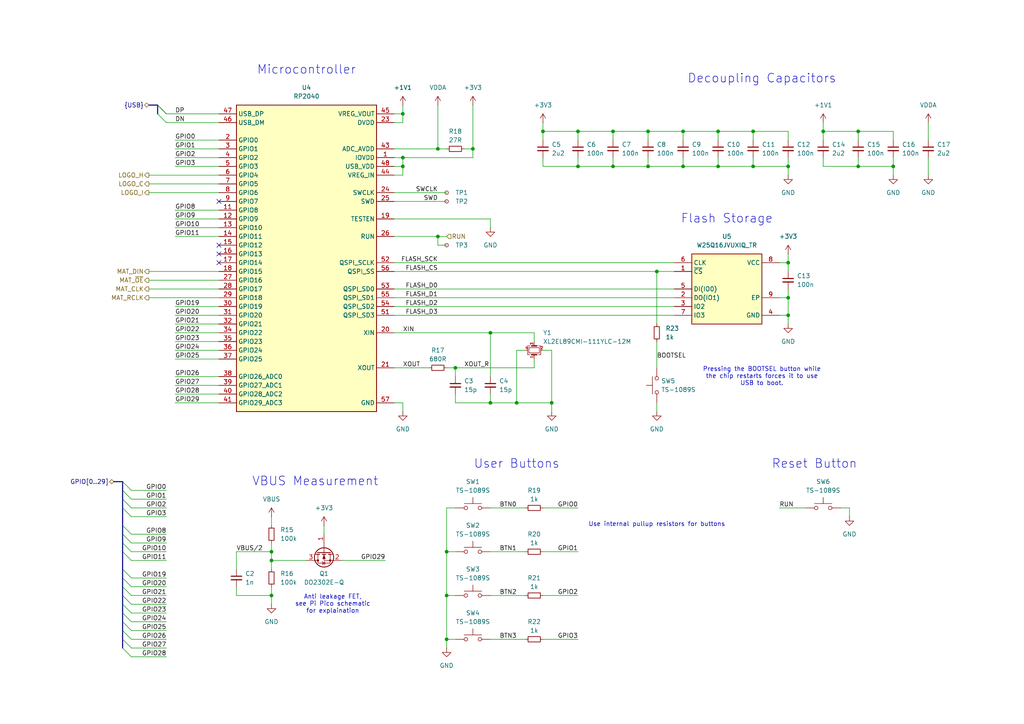
<source format=kicad_sch>
(kicad_sch (version 20231120) (generator "eeschema") (generator_version "8.0")
  (paper "A4")
  (lib_symbols
    (symbol "Connector:TestPoint_Small" (pin_numbers hide) (pin_names (offset 0.762) hide)
      (property "Reference" "TP" (at 0 3.81 0))
      (property "Value" "TestPoint_Small" (at 0 2.032 0))
      (symbol "TestPoint_Small_0_1"
        (circle (center 0 0) (radius 0.508))
      )
      (symbol "TestPoint_Small_1_1"
        (pin passive line (at 0 0 90) (length 0) (name "1") (number "1"))
      )
    )
    (symbol "Device:C_Small" (pin_numbers hide) (pin_names (offset 0.254) hide)
      (property "Reference" "C" (at 0.254 1.778 0))
      (property "Value" "C_Small" (at 0.254 -2.032 0))
      (symbol "C_Small_0_1"
        (polyline (pts (xy -1.524 -0.508) (xy 1.524 -0.508)) (stroke (width 0.3302)))
        (polyline (pts (xy -1.524 0.508) (xy 1.524 0.508)) (stroke (width 0.3048)))
      )
      (symbol "C_Small_1_1"
        (pin passive line (at 0 2.54 270) (length 2.032) (name "~") (number "1"))
        (pin passive line (at 0 -2.54 90) (length 2.032) (name "~") (number "2"))
      )
    )
    (symbol "Device:Crystal_GND24_Small" (pin_names (offset 1.016) hide)
      (property "Reference" "Y" (at 1.27 4.445 0))
      (property "Value" "Crystal_GND24_Small" (at 1.27 2.54 0))
      (symbol "Crystal_GND24_Small_0_1"
        (rectangle (start -0.762 -1.524) (end 0.762 1.524))
        (polyline (pts (xy -1.27 -0.762) (xy -1.27 0.762)) (stroke (width 0.381)))
        (polyline (pts (xy 1.27 -0.762) (xy 1.27 0.762)) (stroke (width 0.381)))
        (polyline (pts (xy -1.27 -1.27) (xy -1.27 -1.905) (xy 1.27 -1.905) (xy 1.27 -1.27)))
        (polyline (pts (xy -1.27 1.27) (xy -1.27 1.905) (xy 1.27 1.905) (xy 1.27 1.27)))
      )
      (symbol "Crystal_GND24_Small_1_1"
        (pin passive line (at -2.54 0 0) (length 1.27) (name "1") (number "1"))
        (pin passive line (at 0 -2.54 90) (length 0.635) (name "2") (number "2"))
        (pin passive line (at 2.54 0 180) (length 1.27) (name "3") (number "3"))
        (pin passive line (at 0 2.54 270) (length 0.635) (name "4") (number "4"))
      )
    )
    (symbol "Device:Q_NMOS_GSD" (pin_names (offset 0) hide)
      (property "Reference" "Q" (at 5.08 1.27 0))
      (property "Value" "Q_NMOS_GSD" (at 5.08 -1.27 0))
      (symbol "Q_NMOS_GSD_0_1"
        (polyline (pts (xy 0.254 0) (xy -2.54 0)))
        (polyline (pts (xy 0.254 1.905) (xy 0.254 -1.905)) (stroke (width 0.254)))
        (polyline (pts (xy 0.762 -1.27) (xy 0.762 -2.286)) (stroke (width 0.254)))
        (polyline (pts (xy 0.762 0.508) (xy 0.762 -0.508)) (stroke (width 0.254)))
        (polyline (pts (xy 0.762 2.286) (xy 0.762 1.27)) (stroke (width 0.254)))
        (polyline (pts (xy 2.54 2.54) (xy 2.54 1.778)))
        (polyline (pts (xy 2.54 -2.54) (xy 2.54 0) (xy 0.762 0)))
        (polyline (pts (xy 0.762 -1.778) (xy 3.302 -1.778) (xy 3.302 1.778) (xy 0.762 1.778)))
        (polyline (pts (xy 1.016 0) (xy 2.032 0.381) (xy 2.032 -0.381) (xy 1.016 0)) (fill (type outline)))
        (polyline (pts (xy 2.794 0.508) (xy 2.921 0.381) (xy 3.683 0.381) (xy 3.81 0.254)))
        (polyline (pts (xy 3.302 0.381) (xy 2.921 -0.254) (xy 3.683 -0.254) (xy 3.302 0.381)))
        (circle (center 1.651 0) (radius 2.794) (stroke (width 0.254)))
        (circle (center 2.54 -1.778) (radius 0.254) (fill (type outline)))
        (circle (center 2.54 1.778) (radius 0.254) (fill (type outline)))
      )
      (symbol "Q_NMOS_GSD_1_1"
        (pin input line (at -5.08 0 0) (length 2.54) (name "G") (number "1"))
        (pin passive line (at 2.54 -5.08 90) (length 2.54) (name "S") (number "2"))
        (pin passive line (at 2.54 5.08 270) (length 2.54) (name "D") (number "3"))
      )
    )
    (symbol "Device:R_Small" (pin_numbers hide) (pin_names (offset 0.254) hide)
      (property "Reference" "R" (at 0.762 0.508 0))
      (property "Value" "R_Small" (at 0.762 -1.016 0))
      (symbol "R_Small_0_1"
        (rectangle (start -0.762 1.778) (end 0.762 -1.778) (stroke (width 0.2032)))
      )
      (symbol "R_Small_1_1"
        (pin passive line (at 0 2.54 270) (length 0.762) (name "~") (number "1"))
        (pin passive line (at 0 -2.54 90) (length 0.762) (name "~") (number "2"))
      )
    )
    (symbol "W25Q16JVUXIQ_TR:W25Q16JVUXIQ_TR"
      (property "Reference" "U" (at 0 7.62 0))
      (property "Value" "W25Q16JVUXIQ_TR" (at 0 5.08 0))
      (symbol "W25Q16JVUXIQ_TR_1_1"
        (rectangle (start -10.16 2.54) (end 10.16 -17.78) (stroke (width 0.254)) (fill (type background)))
        (pin passive line (at -15.24 -2.54 0) (length 5.08) (name "~{CS}") (number "1"))
        (pin passive line (at -15.24 -10.16 0) (length 5.08) (name "DO(IO1)") (number "2"))
        (pin passive line (at -15.24 -12.7 0) (length 5.08) (name "IO2") (number "3"))
        (pin passive line (at 15.24 -15.24 180) (length 5.08) (name "GND") (number "4"))
        (pin passive line (at -15.24 -7.62 0) (length 5.08) (name "DI(IO0)") (number "5"))
        (pin passive line (at -15.24 0 0) (length 5.08) (name "CLK") (number "6"))
        (pin passive line (at -15.24 -15.24 0) (length 5.08) (name "IO3") (number "7"))
        (pin passive line (at 15.24 0 180) (length 5.08) (name "VCC") (number "8"))
        (pin passive line (at 15.24 -10.16 180) (length 5.08) (name "EP") (number "9"))
      )
    )
    (symbol "badge_symbols:RP2040"
      (property "Reference" "U" (at 0 5.08 0))
      (property "Value" "RP2040" (at 0 2.54 0))
      (symbol "RP2040_0_1"
        (rectangle (start -20.32 0) (end 20.32 -88.9) (stroke (width 0.254)) (fill (type background)))
      )
      (symbol "RP2040_1_1"
        (pin power_in line (at 25.4 -15.24 180) (length 5.08) (name "IOVDD") (number "1"))
        (pin passive line (at 25.4 -15.24 180) (length 5.08) hide (name "IOVDD") (number "10"))
        (pin bidirectional line (at -25.4 -30.48 0) (length 5.08) (name "GPIO8") (number "11"))
        (pin bidirectional line (at -25.4 -33.02 0) (length 5.08) (name "GPIO9") (number "12"))
        (pin bidirectional line (at -25.4 -35.56 0) (length 5.08) (name "GPIO10") (number "13"))
        (pin bidirectional line (at -25.4 -38.1 0) (length 5.08) (name "GPIO11") (number "14"))
        (pin bidirectional line (at -25.4 -40.64 0) (length 5.08) (name "GPIO12") (number "15"))
        (pin bidirectional line (at -25.4 -43.18 0) (length 5.08) (name "GPIO13") (number "16"))
        (pin bidirectional line (at -25.4 -45.72 0) (length 5.08) (name "GPIO14") (number "17"))
        (pin bidirectional line (at -25.4 -48.26 0) (length 5.08) (name "GPIO15") (number "18"))
        (pin input line (at 25.4 -33.02 180) (length 5.08) (name "TESTEN") (number "19"))
        (pin bidirectional line (at -25.4 -10.16 0) (length 5.08) (name "GPIO0") (number "2"))
        (pin input line (at 25.4 -66.04 180) (length 5.08) (name "XIN") (number "20"))
        (pin passive line (at 25.4 -76.2 180) (length 5.08) (name "XOUT") (number "21"))
        (pin passive line (at 25.4 -15.24 180) (length 5.08) hide (name "IOVDD") (number "22"))
        (pin power_in line (at 25.4 -5.08 180) (length 5.08) (name "DVDD") (number "23"))
        (pin input line (at 25.4 -25.4 180) (length 5.08) (name "SWCLK") (number "24"))
        (pin bidirectional line (at 25.4 -27.94 180) (length 5.08) (name "SWD") (number "25"))
        (pin input line (at 25.4 -38.1 180) (length 5.08) (name "RUN") (number "26"))
        (pin bidirectional line (at -25.4 -50.8 0) (length 5.08) (name "GPIO16") (number "27"))
        (pin bidirectional line (at -25.4 -53.34 0) (length 5.08) (name "GPIO17") (number "28"))
        (pin bidirectional line (at -25.4 -55.88 0) (length 5.08) (name "GPIO18") (number "29"))
        (pin bidirectional line (at -25.4 -12.7 0) (length 5.08) (name "GPIO1") (number "3"))
        (pin bidirectional line (at -25.4 -58.42 0) (length 5.08) (name "GPIO19") (number "30"))
        (pin bidirectional line (at -25.4 -60.96 0) (length 5.08) (name "GPIO20") (number "31"))
        (pin bidirectional line (at -25.4 -63.5 0) (length 5.08) (name "GPIO21") (number "32"))
        (pin passive line (at 25.4 -15.24 180) (length 5.08) hide (name "IOVDD") (number "33"))
        (pin bidirectional line (at -25.4 -66.04 0) (length 5.08) (name "GPIO22") (number "34"))
        (pin bidirectional line (at -25.4 -68.58 0) (length 5.08) (name "GPIO23") (number "35"))
        (pin bidirectional line (at -25.4 -71.12 0) (length 5.08) (name "GPIO24") (number "36"))
        (pin bidirectional line (at -25.4 -73.66 0) (length 5.08) (name "GPIO25") (number "37"))
        (pin bidirectional line (at -25.4 -78.74 0) (length 5.08) (name "GPIO26_ADC0") (number "38"))
        (pin bidirectional line (at -25.4 -81.28 0) (length 5.08) (name "GPIO27_ADC1") (number "39"))
        (pin bidirectional line (at -25.4 -15.24 0) (length 5.08) (name "GPIO2") (number "4"))
        (pin bidirectional line (at -25.4 -83.82 0) (length 5.08) (name "GPIO28_ADC2") (number "40"))
        (pin bidirectional line (at -25.4 -86.36 0) (length 5.08) (name "GPIO29_ADC3") (number "41"))
        (pin passive line (at 25.4 -15.24 180) (length 5.08) hide (name "IOVDD") (number "42"))
        (pin power_in line (at 25.4 -12.7 180) (length 5.08) (name "ADC_AVDD") (number "43"))
        (pin power_in line (at 25.4 -20.32 180) (length 5.08) (name "VREG_IN") (number "44"))
        (pin power_out line (at 25.4 -2.54 180) (length 5.08) (name "VREG_VOUT") (number "45"))
        (pin bidirectional line (at -25.4 -5.08 0) (length 5.08) (name "USB_DM") (number "46"))
        (pin bidirectional line (at -25.4 -2.54 0) (length 5.08) (name "USB_DP") (number "47"))
        (pin power_in line (at 25.4 -17.78 180) (length 5.08) (name "USB_VDD") (number "48"))
        (pin passive line (at 25.4 -15.24 180) (length 5.08) hide (name "IOVDD") (number "49"))
        (pin bidirectional line (at -25.4 -17.78 0) (length 5.08) (name "GPIO3") (number "5"))
        (pin passive line (at 25.4 -5.08 180) (length 5.08) hide (name "DVDD") (number "50"))
        (pin bidirectional line (at 25.4 -60.96 180) (length 5.08) (name "QSPI_SD3") (number "51"))
        (pin output line (at 25.4 -45.72 180) (length 5.08) (name "QSPI_SCLK") (number "52"))
        (pin bidirectional line (at 25.4 -53.34 180) (length 5.08) (name "QSPI_SD0") (number "53"))
        (pin bidirectional line (at 25.4 -58.42 180) (length 5.08) (name "QSPI_SD2") (number "54"))
        (pin bidirectional line (at 25.4 -55.88 180) (length 5.08) (name "QSPI_SD1") (number "55"))
        (pin bidirectional line (at 25.4 -48.26 180) (length 5.08) (name "QSPI_SS") (number "56"))
        (pin power_in line (at 25.4 -86.36 180) (length 5.08) (name "GND") (number "57"))
        (pin bidirectional line (at -25.4 -20.32 0) (length 5.08) (name "GPIO4") (number "6"))
        (pin bidirectional line (at -25.4 -22.86 0) (length 5.08) (name "GPIO5") (number "7"))
        (pin bidirectional line (at -25.4 -25.4 0) (length 5.08) (name "GPIO6") (number "8"))
        (pin bidirectional line (at -25.4 -27.94 0) (length 5.08) (name "GPIO7") (number "9"))
      )
    )
    (symbol "badge_symbols:TS-1089S" (pin_numbers hide) (pin_names (offset 1.016) hide)
      (property "Reference" "SW" (at 1.27 2.54 0))
      (property "Value" "TS-1089S" (at 0 -1.524 0))
      (symbol "TS-1089S_0_1"
        (circle (center -2.032 0) (radius 0.508))
        (polyline (pts (xy 0 1.27) (xy 0 3.048)))
        (polyline (pts (xy 2.54 1.27) (xy -2.54 1.27)))
        (circle (center 2.032 0) (radius 0.508))
        (pin passive line (at -5.08 0 0) (length 2.54) (name "1") (number "1"))
        (pin passive line (at 5.08 0 180) (length 2.54) (name "2") (number "2"))
      )
    )
    (symbol "power:+1V1" (power) (pin_numbers hide) (pin_names (offset 0) hide)
      (property "Value" "+1V1" (at 0 3.556 0))
      (symbol "+1V1_0_1"
        (polyline (pts (xy -0.762 1.27) (xy 0 2.54)))
        (polyline (pts (xy 0 0) (xy 0 2.54)))
        (polyline (pts (xy 0 2.54) (xy 0.762 1.27)))
      )
      (symbol "+1V1_1_1"
        (pin power_in line (at 0 0 90) (length 0) (name "~") (number "1"))
      )
    )
    (symbol "power:+3V3" (power) (pin_numbers hide) (pin_names (offset 0) hide)
      (property "Value" "+3V3" (at 0 3.556 0))
      (symbol "+3V3_0_1"
        (polyline (pts (xy -0.762 1.27) (xy 0 2.54)))
        (polyline (pts (xy 0 0) (xy 0 2.54)))
        (polyline (pts (xy 0 2.54) (xy 0.762 1.27)))
      )
      (symbol "+3V3_1_1"
        (pin power_in line (at 0 0 90) (length 0) (name "~") (number "1"))
      )
    )
    (symbol "power:GND" (power) (pin_numbers hide) (pin_names (offset 0) hide)
      (property "Value" "GND" (at 0 -3.81 0))
      (symbol "GND_0_1"
        (polyline (pts (xy 0 0) (xy 0 -1.27) (xy 1.27 -1.27) (xy 0 -2.54) (xy -1.27 -1.27) (xy 0 -1.27)))
      )
      (symbol "GND_1_1"
        (pin power_in line (at 0 0 270) (length 0) (name "~") (number "1"))
      )
    )
    (symbol "power:VBUS" (power) (pin_numbers hide) (pin_names (offset 0) hide)
      (property "Value" "VBUS" (at 0 3.556 0))
      (symbol "VBUS_0_1"
        (polyline (pts (xy -0.762 1.27) (xy 0 2.54)))
        (polyline (pts (xy 0 0) (xy 0 2.54)))
        (polyline (pts (xy 0 2.54) (xy 0.762 1.27)))
      )
      (symbol "VBUS_1_1"
        (pin power_in line (at 0 0 90) (length 0) (name "~") (number "1"))
      )
    )
    (symbol "power:VDDA" (power) (pin_numbers hide) (pin_names (offset 0) hide)
      (property "Value" "VDDA" (at 0 3.556 0))
      (symbol "VDDA_0_1"
        (polyline (pts (xy -0.762 1.27) (xy 0 2.54)))
        (polyline (pts (xy 0 0) (xy 0 2.54)))
        (polyline (pts (xy 0 2.54) (xy 0.762 1.27)))
      )
      (symbol "VDDA_1_1"
        (pin power_in line (at 0 0 90) (length 0) (name "~") (number "1"))
      )
    )
  )
  (junction (at 198.12 48.26))
  (junction (at 78.74 172.72))
  (junction (at 142.24 116.84))
  (junction (at 228.6 76.2))
  (junction (at 238.76 38.1))
  (junction (at 187.96 48.26))
  (junction (at 149.86 116.84))
  (junction (at 116.84 48.26))
  (junction (at 218.44 48.26))
  (junction (at 78.74 160.02))
  (junction (at 177.8 38.1))
  (junction (at 116.84 45.72))
  (junction (at 228.6 48.26))
  (junction (at 127 68.58))
  (junction (at 127 43.18))
  (junction (at 190.5 78.74))
  (junction (at 167.64 48.26))
  (junction (at 177.8 48.26))
  (junction (at 198.12 38.1))
  (junction (at 208.28 38.1))
  (junction (at 129.54 160.02))
  (junction (at 142.24 96.52))
  (junction (at 129.54 185.42))
  (junction (at 208.28 48.26))
  (junction (at 259.08 48.26))
  (junction (at 167.64 38.1))
  (junction (at 248.92 48.26))
  (junction (at 137.16 43.18))
  (junction (at 248.92 38.1))
  (junction (at 228.6 86.36))
  (junction (at 160.02 116.84))
  (junction (at 187.96 38.1))
  (junction (at 116.84 33.02))
  (junction (at 218.44 38.1))
  (junction (at 157.48 38.1))
  (junction (at 129.54 172.72))
  (junction (at 228.6 91.44))
  (junction (at 132.08 106.68))
  (junction (at 78.74 162.56))
  (no_connect (at 63.5 76.2))
  (no_connect (at 63.5 73.66))
  (no_connect (at 63.5 58.42))
  (no_connect (at 63.5 71.12))
  (bus_entry (at 45.72 30.48) (size 2.54 2.54))
  (bus_entry (at 35.56 144.78) (size 2.54 2.54))
  (bus_entry (at 35.56 172.72) (size 2.54 2.54))
  (bus_entry (at 35.56 185.42) (size 2.54 2.54))
  (bus_entry (at 35.56 139.7) (size 2.54 2.54))
  (bus_entry (at 35.56 187.96) (size 2.54 2.54))
  (bus_entry (at 35.56 154.94) (size 2.54 2.54))
  (bus_entry (at 35.56 157.48) (size 2.54 2.54))
  (bus_entry (at 35.56 177.8) (size 2.54 2.54))
  (bus_entry (at 45.72 33.02) (size 2.54 2.54))
  (bus_entry (at 35.56 160.02) (size 2.54 2.54))
  (bus_entry (at 35.56 147.32) (size 2.54 2.54))
  (bus_entry (at 35.56 175.26) (size 2.54 2.54))
  (bus_entry (at 45.72 30.48) (size 2.54 2.54))
  (bus_entry (at 35.56 165.1) (size 2.54 2.54))
  (bus_entry (at 35.56 182.88) (size 2.54 2.54))
  (bus_entry (at 35.56 167.64) (size 2.54 2.54))
  (bus_entry (at 35.56 180.34) (size 2.54 2.54))
  (bus_entry (at 35.56 142.24) (size 2.54 2.54))
  (bus_entry (at 35.56 152.4) (size 2.54 2.54))
  (bus_entry (at 35.56 170.18) (size 2.54 2.54))
  (wire (pts (xy 157.48 38.1) (xy 157.48 40.64)))
  (wire (pts (xy 114.3 88.9) (xy 195.58 88.9)))
  (wire (pts (xy 50.8 96.52) (xy 63.5 96.52)))
  (wire (pts (xy 78.74 157.48) (xy 78.74 160.02)))
  (wire (pts (xy 50.8 66.04) (xy 63.5 66.04)))
  (wire (pts (xy 129.54 187.96) (xy 129.54 185.42)))
  (bus (pts (xy 35.56 177.8) (xy 35.56 180.34)))
  (wire (pts (xy 50.8 48.26) (xy 63.5 48.26)))
  (wire (pts (xy 114.3 58.42) (xy 129.54 58.42)))
  (wire (pts (xy 116.84 30.48) (xy 116.84 33.02)))
  (wire (pts (xy 198.12 38.1) (xy 198.12 40.64)))
  (wire (pts (xy 228.6 91.44) (xy 226.06 91.44)))
  (wire (pts (xy 198.12 38.1) (xy 208.28 38.1)))
  (wire (pts (xy 114.3 83.82) (xy 195.58 83.82)))
  (wire (pts (xy 38.1 157.48) (xy 48.26 157.48)))
  (wire (pts (xy 190.5 78.74) (xy 195.58 78.74)))
  (wire (pts (xy 246.38 149.86) (xy 246.38 147.32)))
  (wire (pts (xy 38.1 172.72) (xy 48.26 172.72)))
  (wire (pts (xy 269.24 40.64) (xy 269.24 35.56)))
  (wire (pts (xy 248.92 48.26) (xy 259.08 48.26)))
  (wire (pts (xy 132.08 147.32) (xy 129.54 147.32)))
  (wire (pts (xy 127 43.18) (xy 129.54 43.18)))
  (wire (pts (xy 129.54 160.02) (xy 129.54 172.72)))
  (wire (pts (xy 228.6 91.44) (xy 228.6 86.36)))
  (wire (pts (xy 132.08 114.3) (xy 132.08 116.84)))
  (wire (pts (xy 116.84 119.38) (xy 116.84 116.84)))
  (wire (pts (xy 114.3 96.52) (xy 142.24 96.52)))
  (wire (pts (xy 226.06 147.32) (xy 233.68 147.32)))
  (wire (pts (xy 190.5 78.74) (xy 190.5 93.98)))
  (wire (pts (xy 228.6 48.26) (xy 228.6 45.72)))
  (bus (pts (xy 35.56 160.02) (xy 35.56 165.1)))
  (wire (pts (xy 167.64 48.26) (xy 167.64 45.72)))
  (wire (pts (xy 259.08 38.1) (xy 259.08 40.64)))
  (wire (pts (xy 160.02 116.84) (xy 149.86 116.84)))
  (wire (pts (xy 142.24 63.5) (xy 142.24 66.04)))
  (wire (pts (xy 228.6 83.82) (xy 228.6 86.36)))
  (wire (pts (xy 154.94 104.14) (xy 154.94 106.68)))
  (wire (pts (xy 177.8 48.26) (xy 177.8 45.72)))
  (wire (pts (xy 132.08 185.42) (xy 129.54 185.42)))
  (wire (pts (xy 218.44 38.1) (xy 228.6 38.1)))
  (wire (pts (xy 78.74 172.72) (xy 68.58 172.72)))
  (wire (pts (xy 243.84 147.32) (xy 246.38 147.32)))
  (wire (pts (xy 154.94 99.06) (xy 154.94 96.52)))
  (wire (pts (xy 116.84 48.26) (xy 116.84 50.8)))
  (wire (pts (xy 208.28 38.1) (xy 208.28 40.64)))
  (bus (pts (xy 35.56 182.88) (xy 35.56 185.42)))
  (wire (pts (xy 38.1 182.88) (xy 48.26 182.88)))
  (wire (pts (xy 50.8 63.5) (xy 63.5 63.5)))
  (wire (pts (xy 43.18 78.74) (xy 63.5 78.74)))
  (bus (pts (xy 35.56 139.7) (xy 35.56 142.24)))
  (wire (pts (xy 68.58 165.1) (xy 68.58 160.02)))
  (wire (pts (xy 38.1 160.02) (xy 48.26 160.02)))
  (wire (pts (xy 187.96 38.1) (xy 187.96 40.64)))
  (wire (pts (xy 78.74 162.56) (xy 88.9 162.56)))
  (wire (pts (xy 167.64 48.26) (xy 177.8 48.26)))
  (bus (pts (xy 35.56 157.48) (xy 35.56 160.02)))
  (wire (pts (xy 157.48 147.32) (xy 167.64 147.32)))
  (wire (pts (xy 43.18 50.8) (xy 63.5 50.8)))
  (wire (pts (xy 152.4 101.6) (xy 149.86 101.6)))
  (wire (pts (xy 114.3 55.88) (xy 129.54 55.88)))
  (wire (pts (xy 116.84 45.72) (xy 116.84 48.26)))
  (wire (pts (xy 129.54 172.72) (xy 129.54 185.42)))
  (wire (pts (xy 116.84 50.8) (xy 114.3 50.8)))
  (wire (pts (xy 38.1 190.5) (xy 48.26 190.5)))
  (wire (pts (xy 114.3 106.68) (xy 124.46 106.68)))
  (wire (pts (xy 228.6 76.2) (xy 228.6 78.74)))
  (wire (pts (xy 157.48 35.56) (xy 157.48 38.1)))
  (wire (pts (xy 208.28 48.26) (xy 208.28 45.72)))
  (wire (pts (xy 177.8 38.1) (xy 177.8 40.64)))
  (wire (pts (xy 142.24 96.52) (xy 142.24 109.22)))
  (wire (pts (xy 248.92 38.1) (xy 259.08 38.1)))
  (wire (pts (xy 48.26 33.02) (xy 63.5 33.02)))
  (wire (pts (xy 50.8 88.9) (xy 63.5 88.9)))
  (wire (pts (xy 50.8 40.64) (xy 63.5 40.64)))
  (wire (pts (xy 50.8 116.84) (xy 63.5 116.84)))
  (wire (pts (xy 157.48 172.72) (xy 167.64 172.72)))
  (wire (pts (xy 114.3 63.5) (xy 142.24 63.5)))
  (wire (pts (xy 99.06 162.56) (xy 111.76 162.56)))
  (wire (pts (xy 129.54 71.12) (xy 127 71.12)))
  (wire (pts (xy 228.6 91.44) (xy 228.6 93.98)))
  (wire (pts (xy 269.24 50.8) (xy 269.24 45.72)))
  (wire (pts (xy 177.8 38.1) (xy 187.96 38.1)))
  (bus (pts (xy 35.56 180.34) (xy 35.56 182.88)))
  (wire (pts (xy 114.3 35.56) (xy 116.84 35.56)))
  (wire (pts (xy 142.24 185.42) (xy 152.4 185.42)))
  (wire (pts (xy 129.54 147.32) (xy 129.54 160.02)))
  (wire (pts (xy 198.12 48.26) (xy 198.12 45.72)))
  (wire (pts (xy 127 30.48) (xy 127 43.18)))
  (wire (pts (xy 177.8 48.26) (xy 187.96 48.26)))
  (wire (pts (xy 208.28 48.26) (xy 218.44 48.26)))
  (wire (pts (xy 50.8 109.22) (xy 63.5 109.22)))
  (bus (pts (xy 43.18 30.48) (xy 45.72 30.48)))
  (wire (pts (xy 50.8 45.72) (xy 63.5 45.72)))
  (wire (pts (xy 228.6 73.66) (xy 228.6 76.2)))
  (wire (pts (xy 50.8 60.96) (xy 63.5 60.96)))
  (wire (pts (xy 38.1 144.78) (xy 48.26 144.78)))
  (wire (pts (xy 238.76 48.26) (xy 248.92 48.26)))
  (wire (pts (xy 116.84 45.72) (xy 137.16 45.72)))
  (wire (pts (xy 38.1 177.8) (xy 48.26 177.8)))
  (wire (pts (xy 132.08 106.68) (xy 132.08 109.22)))
  (wire (pts (xy 167.64 38.1) (xy 167.64 40.64)))
  (wire (pts (xy 218.44 45.72) (xy 218.44 48.26)))
  (wire (pts (xy 157.48 48.26) (xy 157.48 45.72)))
  (wire (pts (xy 78.74 172.72) (xy 78.74 175.26)))
  (wire (pts (xy 259.08 48.26) (xy 259.08 45.72)))
  (wire (pts (xy 50.8 68.58) (xy 63.5 68.58)))
  (wire (pts (xy 43.18 53.34) (xy 63.5 53.34)))
  (wire (pts (xy 43.18 86.36) (xy 63.5 86.36)))
  (wire (pts (xy 48.26 35.56) (xy 63.5 35.56)))
  (wire (pts (xy 142.24 116.84) (xy 149.86 116.84)))
  (wire (pts (xy 93.98 152.4) (xy 93.98 154.94)))
  (bus (pts (xy 35.56 167.64) (xy 35.56 170.18)))
  (wire (pts (xy 78.74 162.56) (xy 78.74 165.1)))
  (wire (pts (xy 134.62 43.18) (xy 137.16 43.18)))
  (bus (pts (xy 35.56 165.1) (xy 35.56 167.64)))
  (bus (pts (xy 33.02 139.7) (xy 35.56 139.7)))
  (wire (pts (xy 127 68.58) (xy 129.54 68.58)))
  (wire (pts (xy 114.3 86.36) (xy 195.58 86.36)))
  (wire (pts (xy 50.8 114.3) (xy 63.5 114.3)))
  (wire (pts (xy 116.84 48.26) (xy 114.3 48.26)))
  (wire (pts (xy 157.48 48.26) (xy 167.64 48.26)))
  (wire (pts (xy 142.24 96.52) (xy 154.94 96.52)))
  (wire (pts (xy 238.76 35.56) (xy 238.76 38.1)))
  (wire (pts (xy 114.3 91.44) (xy 195.58 91.44)))
  (wire (pts (xy 160.02 116.84) (xy 160.02 119.38)))
  (wire (pts (xy 127 68.58) (xy 127 71.12)))
  (bus (pts (xy 35.56 185.42) (xy 35.56 187.96)))
  (wire (pts (xy 38.1 142.24) (xy 48.26 142.24)))
  (wire (pts (xy 137.16 43.18) (xy 137.16 45.72)))
  (wire (pts (xy 38.1 170.18) (xy 48.26 170.18)))
  (wire (pts (xy 218.44 38.1) (xy 218.44 40.64)))
  (wire (pts (xy 50.8 99.06) (xy 63.5 99.06)))
  (wire (pts (xy 238.76 38.1) (xy 248.92 38.1)))
  (wire (pts (xy 187.96 48.26) (xy 187.96 45.72)))
  (wire (pts (xy 132.08 116.84) (xy 142.24 116.84)))
  (wire (pts (xy 38.1 162.56) (xy 48.26 162.56)))
  (wire (pts (xy 152.4 147.32) (xy 142.24 147.32)))
  (wire (pts (xy 78.74 149.86) (xy 78.74 152.4)))
  (wire (pts (xy 129.54 106.68) (xy 132.08 106.68)))
  (wire (pts (xy 114.3 116.84) (xy 116.84 116.84)))
  (wire (pts (xy 43.18 81.28) (xy 63.5 81.28)))
  (wire (pts (xy 114.3 68.58) (xy 127 68.58)))
  (bus (pts (xy 35.56 170.18) (xy 35.56 172.72)))
  (wire (pts (xy 132.08 172.72) (xy 129.54 172.72)))
  (wire (pts (xy 167.64 38.1) (xy 177.8 38.1)))
  (wire (pts (xy 228.6 86.36) (xy 226.06 86.36)))
  (wire (pts (xy 198.12 48.26) (xy 208.28 48.26)))
  (wire (pts (xy 157.48 38.1) (xy 167.64 38.1)))
  (wire (pts (xy 142.24 114.3) (xy 142.24 116.84)))
  (wire (pts (xy 50.8 104.14) (xy 63.5 104.14)))
  (wire (pts (xy 78.74 170.18) (xy 78.74 172.72)))
  (wire (pts (xy 226.06 76.2) (xy 228.6 76.2)))
  (wire (pts (xy 149.86 101.6) (xy 149.86 116.84)))
  (wire (pts (xy 114.3 78.74) (xy 190.5 78.74)))
  (wire (pts (xy 116.84 45.72) (xy 114.3 45.72)))
  (wire (pts (xy 114.3 33.02) (xy 116.84 33.02)))
  (wire (pts (xy 50.8 43.18) (xy 63.5 43.18)))
  (wire (pts (xy 50.8 111.76) (xy 63.5 111.76)))
  (wire (pts (xy 114.3 43.18) (xy 127 43.18)))
  (wire (pts (xy 50.8 93.98) (xy 63.5 93.98)))
  (bus (pts (xy 35.56 142.24) (xy 35.56 144.78)))
  (wire (pts (xy 43.18 83.82) (xy 63.5 83.82)))
  (wire (pts (xy 208.28 38.1) (xy 218.44 38.1)))
  (wire (pts (xy 157.48 185.42) (xy 167.64 185.42)))
  (wire (pts (xy 142.24 160.02) (xy 152.4 160.02)))
  (wire (pts (xy 137.16 30.48) (xy 137.16 43.18)))
  (wire (pts (xy 43.18 55.88) (xy 63.5 55.88)))
  (wire (pts (xy 116.84 33.02) (xy 116.84 35.56)))
  (bus (pts (xy 35.56 144.78) (xy 35.56 147.32)))
  (wire (pts (xy 38.1 180.34) (xy 48.26 180.34)))
  (wire (pts (xy 50.8 91.44) (xy 63.5 91.44)))
  (wire (pts (xy 248.92 48.26) (xy 248.92 45.72)))
  (wire (pts (xy 38.1 185.42) (xy 48.26 185.42)))
  (wire (pts (xy 114.3 76.2) (xy 195.58 76.2)))
  (bus (pts (xy 35.56 175.26) (xy 35.56 177.8)))
  (wire (pts (xy 187.96 48.26) (xy 198.12 48.26)))
  (wire (pts (xy 78.74 160.02) (xy 78.74 162.56)))
  (wire (pts (xy 238.76 48.26) (xy 238.76 45.72)))
  (bus (pts (xy 35.56 172.72) (xy 35.56 175.26)))
  (wire (pts (xy 68.58 160.02) (xy 78.74 160.02)))
  (wire (pts (xy 38.1 187.96) (xy 48.26 187.96)))
  (bus (pts (xy 35.56 152.4) (xy 35.56 154.94)))
  (wire (pts (xy 157.48 101.6) (xy 160.02 101.6)))
  (bus (pts (xy 35.56 147.32) (xy 35.56 152.4)))
  (wire (pts (xy 228.6 38.1) (xy 228.6 40.64)))
  (wire (pts (xy 228.6 50.8) (xy 228.6 48.26)))
  (bus (pts (xy 35.56 154.94) (xy 35.56 157.48)))
  (wire (pts (xy 68.58 170.18) (xy 68.58 172.72)))
  (wire (pts (xy 218.44 48.26) (xy 228.6 48.26)))
  (wire (pts (xy 38.1 175.26) (xy 48.26 175.26)))
  (wire (pts (xy 190.5 116.84) (xy 190.5 119.38)))
  (wire (pts (xy 157.48 160.02) (xy 167.64 160.02)))
  (wire (pts (xy 38.1 147.32) (xy 48.26 147.32)))
  (wire (pts (xy 132.08 106.68) (xy 154.94 106.68)))
  (wire (pts (xy 38.1 154.94) (xy 48.26 154.94)))
  (wire (pts (xy 142.24 172.72) (xy 152.4 172.72)))
  (wire (pts (xy 238.76 38.1) (xy 238.76 40.64)))
  (wire (pts (xy 259.08 50.8) (xy 259.08 48.26)))
  (wire (pts (xy 187.96 38.1) (xy 198.12 38.1)))
  (wire (pts (xy 38.1 167.64) (xy 48.26 167.64)))
  (wire (pts (xy 248.92 38.1) (xy 248.92 40.64)))
  (wire (pts (xy 50.8 101.6) (xy 63.5 101.6)))
  (wire (pts (xy 160.02 101.6) (xy 160.02 116.84)))
  (bus (pts (xy 45.72 33.02) (xy 45.72 30.48)))
  (wire (pts (xy 132.08 160.02) (xy 129.54 160.02)))
  (wire (pts (xy 38.1 149.86) (xy 48.26 149.86)))
  (wire (pts (xy 190.5 99.06) (xy 190.5 106.68)))
  (text "Decoupling Capacitors" (at 220.98 22.86 0) (effects (font (size 2.54 2.54))))
  (text "Use internal pullup resistors for buttons" (at 190.5 152.146 0) (effects (font (size 1.27 1.27))))
  (text "Flash Storage" (at 210.82 63.5 0) (effects (font (size 2.54 2.54))))
  (text "Microcontroller" (at 88.9 20.32 0) (effects (font (size 2.54 2.54))))
  (text "User Buttons" (at 149.86 134.62 0) (effects (font (size 2.54 2.54))))
  (text "VBUS Measurement" (at 91.44 139.7 0) (effects (font (size 2.54 2.54))))
  (text "Reset Button" (at 236.22 134.62 0) (effects (font (size 2.54 2.54))))
  (text "Anti leakage FET,\nsee Pi Pico schematic\nfor explaination" (at 96.52 175.26 0) (effects (font (size 1.27 1.27))))
  (text "Pressing the BOOTSEL button while\nthe chip restarts forces it to use\nUSB to boot." (at 220.98 109.22 0) (effects (font (size 1.27 1.27))))
  (label "GPIO28" (at 48.26 190.5 180))
  (label "GPIO21" (at 50.8 93.98 0))
  (label "GPIO25" (at 50.8 104.14 0))
  (label "GPIO29" (at 50.8 116.84 0))
  (label "SWCLK" (at 127 55.88 180))
  (label "GPIO11" (at 50.8 68.58 0))
  (label "BTN3" (at 149.86 185.42 180))
  (label "GPIO8" (at 48.26 154.94 180))
  (label "RUN" (at 226.06 147.32 0))
  (label "GPIO21" (at 48.26 172.72 180))
  (label "GPIO10" (at 48.26 160.02 180))
  (label "FLASH_D1" (at 127 86.36 180))
  (label "GPIO2" (at 50.8 45.72 0))
  (label "FLASH_D0" (at 127 83.82 180))
  (label "GPIO28" (at 50.8 114.3 0))
  (label "GPIO9" (at 50.8 63.5 0))
  (label "BTN2" (at 149.86 172.72 180))
  (label "GPIO0" (at 50.8 40.64 0))
  (label "BTN1" (at 149.86 160.02 180))
  (label "VBUS{slash}2" (at 68.58 160.02 0))
  (label "BTN0" (at 149.86 147.32 180))
  (label "GPIO11" (at 48.26 162.56 180))
  (label "GPIO23" (at 50.8 99.06 0))
  (label "DN" (at 50.8 35.56 0))
  (label "FLASH_D3" (at 127 91.44 180))
  (label "SWD" (at 127 58.42 180))
  (label "GPIO3" (at 48.26 149.86 180))
  (label "GPIO19" (at 50.8 88.9 0))
  (label "GPIO27" (at 48.26 187.96 180))
  (label "GPIO26" (at 48.26 185.42 180))
  (label "GPIO10" (at 50.8 66.04 0))
  (label "GPIO29" (at 111.76 162.56 180))
  (label "GPIO20" (at 50.8 91.44 0))
  (label "FLASH_SCK" (at 127 76.2 180))
  (label "GPIO20" (at 48.26 170.18 180))
  (label "GPIO1" (at 167.64 160.02 180))
  (label "GPIO0" (at 48.26 142.24 180))
  (label "GPIO3" (at 167.64 185.42 180))
  (label "FLASH_D2" (at 127 88.9 180))
  (label "XIN" (at 116.84 96.52 0))
  (label "GPIO22" (at 50.8 96.52 0))
  (label "GPIO24" (at 50.8 101.6 0))
  (label "XOUT" (at 116.84 106.68 0))
  (label "GPIO24" (at 48.26 180.34 180))
  (label "GPIO23" (at 48.26 177.8 180))
  (label "BOOTSEL" (at 190.5 104.14 0))
  (label "GPIO0" (at 167.64 147.32 180))
  (label "GPIO2" (at 167.64 172.72 180))
  (label "GPIO19" (at 48.26 167.64 180))
  (label "GPIO2" (at 48.26 147.32 180))
  (label "GPIO9" (at 48.26 157.48 180))
  (label "GPIO3" (at 50.8 48.26 0))
  (label "GPIO26" (at 50.8 109.22 0))
  (label "GPIO1" (at 50.8 43.18 0))
  (label "GPIO27" (at 50.8 111.76 0))
  (label "GPIO22" (at 48.26 175.26 180))
  (label "GPIO1" (at 48.26 144.78 180))
  (label "GPIO25" (at 48.26 182.88 180))
  (label "DP" (at 50.8 33.02 0))
  (label "FLASH_CS" (at 127 78.74 180))
  (label "GPIO8" (at 50.8 60.96 0))
  (label "XOUT_R" (at 134.62 106.68 0))
  (hierarchical_label "MAT_DIN" (shape output) (at 43.18 78.74 180))
  (hierarchical_label "MAT_RCLK" (shape output) (at 43.18 86.36 180))
  (hierarchical_label "MAT_CLK" (shape output) (at 43.18 83.82 180))
  (hierarchical_label "RUN" (shape input) (at 129.54 68.58 0))
  (hierarchical_label "LOGO_I" (shape output) (at 43.18 55.88 180))
  (hierarchical_label "{USB}" (shape bidirectional) (at 43.18 30.48 180))
  (hierarchical_label "GPIO[0..29]" (shape bidirectional) (at 33.02 139.7 180))
  (hierarchical_label "MAT_~{OE}" (shape output) (at 43.18 81.28 180))
  (hierarchical_label "LOGO_C" (shape output) (at 43.18 53.34 180))
  (hierarchical_label "LOGO_H" (shape output) (at 43.18 50.8 180))
  (symbol (lib_id "power:GND") (at 142.24 66.04 0) (unit 1)
    (property "Reference" "#PWR019" (effects (hide yes)))
    (property "Value" "GND" (at 142.24 71.12 0))
    (property "Description" "Power symbol creates a global label with name \"GND\" , ground" (effects (hide yes)))
  )
  (symbol (lib_id "badge_symbols:TS-1089S") (at 137.16 185.42 0) (mirror y) (unit 1)
    (property "Reference" "SW4" (at 137.16 177.8 0))
    (property "Value" "TS-1089S" (at 137.16 180.34 0))
    (property "Footprint" "badge_footprints:TS-1089S" (effects (hide yes)))
    (property "Description" "Push button switch, generic, two pins" (effects (hide yes)))
    (property "LCSC part number" "C455282" (effects (hide yes)))
  )
  (symbol (lib_id "Device:C_Small") (at 228.6 43.18 0) (unit 1)
    (property "Reference" "C12" (at 231.14 41.9162 0) (effects (justify left)))
    (property "Value" "100n" (at 231.14 44.4562 0) (effects (justify left)))
    (property "Footprint" "Capacitor_SMD:C_0402_1005Metric" (effects (hide yes)))
    (property "Description" "Unpolarized capacitor, small symbol" (effects (hide yes)))
  )
  (symbol (lib_id "Device:Q_NMOS_GSD") (at 93.98 160.02 90) (mirror x) (unit 1)
    (property "Reference" "Q1" (at 93.98 166.37 90))
    (property "Value" "DO2302E-Q" (at 93.98 168.91 90))
    (property "Footprint" "Package_TO_SOT_SMD:SOT-23" (effects (hide yes)))
    (property "Description" "N-MOSFET transistor, gate/source/drain" (effects (hide yes)))
    (property "LCSC part number" "C41384540" (effects (hide yes)))
  )
  (symbol (lib_id "Device:C_Small") (at 238.76 43.18 0) (unit 1)
    (property "Reference" "C14" (at 241.3 41.9162 0) (effects (justify left)))
    (property "Value" "2u2" (at 241.3 44.4562 0) (effects (justify left)))
    (property "Footprint" "Capacitor_SMD:C_0402_1005Metric" (effects (hide yes)))
    (property "Description" "Unpolarized capacitor, small symbol" (effects (hide yes)))
  )
  (symbol (lib_id "Device:R_Small") (at 127 106.68 90) (unit 1)
    (property "Reference" "R17" (at 127 101.6 90))
    (property "Value" "680R" (at 127 104.14 90))
    (property "Footprint" "Resistor_SMD:R_0402_1005Metric" (effects (hide yes)))
    (property "Description" "Resistor, small symbol" (effects (hide yes)))
  )
  (symbol (lib_id "badge_symbols:RP2040") (at 88.9 30.48 0) (unit 1)
    (property "Reference" "U4" (at 88.9 25.4 0))
    (property "Value" "RP2040" (at 88.9 27.94 0))
    (property "Footprint" "Package_DFN_QFN:QFN-56-1EP_7x7mm_P0.4mm_EP3.2x3.2mm" (effects (hide yes)))
    (property "Datasheet" "https://datasheets.raspberrypi.com/rp2040/rp2040-datasheet.pdf" (effects (hide yes)))
    (property "Description" "A microcontroller by Raspberry Pi" (effects (hide yes)))
    (property "LCSC part number" "C2040" (effects (hide yes)))
  )
  (symbol (lib_id "Device:C_Small") (at 177.8 43.18 0) (unit 1)
    (property "Reference" "C7" (at 180.34 41.9162 0) (effects (justify left)))
    (property "Value" "100n" (at 180.34 44.4562 0) (effects (justify left)))
    (property "Footprint" "Capacitor_SMD:C_0402_1005Metric" (effects (hide yes)))
    (property "Description" "Unpolarized capacitor, small symbol" (effects (hide yes)))
  )
  (symbol (lib_id "Device:C_Small") (at 259.08 43.18 0) (unit 1)
    (property "Reference" "C16" (at 261.62 41.9162 0) (effects (justify left)))
    (property "Value" "100n" (at 261.62 44.4562 0) (effects (justify left)))
    (property "Footprint" "Capacitor_SMD:C_0402_1005Metric" (effects (hide yes)))
    (property "Description" "Unpolarized capacitor, small symbol" (effects (hide yes)))
  )
  (symbol (lib_id "Device:R_Small") (at 154.94 185.42 270) (mirror x) (unit 1)
    (property "Reference" "R22" (at 154.94 180.34 90))
    (property "Value" "1k" (at 154.94 182.88 90))
    (property "Footprint" "Resistor_SMD:R_0402_1005Metric" (effects (hide yes)))
    (property "Description" "Resistor, small symbol" (effects (hide yes)))
  )
  (symbol (lib_id "power:GND") (at 160.02 119.38 0) (unit 1)
    (property "Reference" "#PWR021" (effects (hide yes)))
    (property "Value" "GND" (at 160.02 124.46 0))
    (property "Description" "Power symbol creates a global label with name \"GND\" , ground" (effects (hide yes)))
  )
  (symbol (lib_id "Device:C_Small") (at 248.92 43.18 0) (unit 1)
    (property "Reference" "C15" (at 251.46 41.9162 0) (effects (justify left)))
    (property "Value" "100n" (at 251.46 44.4562 0) (effects (justify left)))
    (property "Footprint" "Capacitor_SMD:C_0402_1005Metric" (effects (hide yes)))
    (property "Description" "Unpolarized capacitor, small symbol" (effects (hide yes)))
  )
  (symbol (lib_id "power:GND") (at 228.6 93.98 0) (unit 1)
    (property "Reference" "#PWR025" (effects (hide yes)))
    (property "Value" "GND" (at 228.6 99.06 0))
    (property "Description" "Power symbol creates a global label with name \"GND\" , ground" (effects (hide yes)))
  )
  (symbol (lib_id "power:+3V3") (at 157.48 35.56 0) (unit 1)
    (property "Reference" "#PWR020" (effects (hide yes)))
    (property "Value" "+3V3" (at 157.48 30.48 0))
    (property "Description" "Power symbol creates a global label with name \"+3V3\"" (effects (hide yes)))
  )
  (symbol (lib_id "Device:C_Small") (at 187.96 43.18 0) (unit 1)
    (property "Reference" "C8" (at 190.5 41.9162 0) (effects (justify left)))
    (property "Value" "100n" (at 190.5 44.4562 0) (effects (justify left)))
    (property "Footprint" "Capacitor_SMD:C_0402_1005Metric" (effects (hide yes)))
    (property "Description" "Unpolarized capacitor, small symbol" (effects (hide yes)))
  )
  (symbol (lib_id "power:VDDA") (at 127 30.48 0) (unit 1)
    (property "Reference" "#PWR017" (effects (hide yes)))
    (property "Value" "VDDA" (at 127 25.4 0))
    (property "Description" "Power symbol creates a global label with name \"VDDA\"" (effects (hide yes)))
  )
  (symbol (lib_id "badge_symbols:TS-1089S") (at 137.16 160.02 0) (mirror y) (unit 1)
    (property "Reference" "SW2" (at 137.16 152.4 0))
    (property "Value" "TS-1089S" (at 137.16 154.94 0))
    (property "Footprint" "badge_footprints:TS-1089S" (effects (hide yes)))
    (property "Description" "Push button switch, generic, two pins" (effects (hide yes)))
    (property "LCSC part number" "C455282" (effects (hide yes)))
  )
  (symbol (lib_id "Device:R_Small") (at 154.94 147.32 270) (mirror x) (unit 1)
    (property "Reference" "R19" (at 154.94 142.24 90))
    (property "Value" "1k" (at 154.94 144.78 90))
    (property "Footprint" "Resistor_SMD:R_0402_1005Metric" (effects (hide yes)))
    (property "Description" "Resistor, small symbol" (effects (hide yes)))
  )
  (symbol (lib_id "Device:C_Small") (at 208.28 43.18 0) (unit 1)
    (property "Reference" "C10" (at 210.82 41.9162 0) (effects (justify left)))
    (property "Value" "100n" (at 210.82 44.4562 0) (effects (justify left)))
    (property "Footprint" "Capacitor_SMD:C_0402_1005Metric" (effects (hide yes)))
    (property "Description" "Unpolarized capacitor, small symbol" (effects (hide yes)))
  )
  (symbol (lib_id "Connector:TestPoint_Small") (at 129.54 58.42 0) (unit 1) (in_bom no)
    (property "Reference" "TP2" (at 132.08 58.42 0) (effects (justify left)))
    (property "Value" "TestPoint_Small" (effects (hide yes)))
    (property "Footprint" "TestPoint:TestPoint_Pad_D3.0mm" (effects (hide yes)))
    (property "Description" "test point" (effects (hide yes)))
  )
  (symbol (lib_id "Device:C_Small") (at 142.24 111.76 0) (unit 1)
    (property "Reference" "C4" (at 144.78 110.4962 0) (effects (justify left)))
    (property "Value" "15p" (at 144.78 113.0362 0) (effects (justify left)))
    (property "Footprint" "Capacitor_SMD:C_0402_1005Metric" (effects (hide yes)))
    (property "Description" "Unpolarized capacitor, small symbol" (effects (hide yes)))
  )
  (symbol (lib_id "Connector:TestPoint_Small") (at 129.54 71.12 0) (unit 1) (in_bom no)
    (property "Reference" "TP3" (at 132.08 71.12 0) (effects (justify left)))
    (property "Value" "TestPoint_Small" (effects (hide yes)))
    (property "Footprint" "TestPoint:TestPoint_Pad_D3.0mm" (effects (hide yes)))
    (property "Description" "test point" (effects (hide yes)))
  )
  (symbol (lib_id "power:GND") (at 246.38 149.86 0) (unit 1)
    (property "Reference" "#PWR027" (effects (hide yes)))
    (property "Value" "GND" (at 246.38 154.94 0))
    (property "Description" "Power symbol creates a global label with name \"GND\" , ground" (effects (hide yes)))
  )
  (symbol (lib_id "power:VDDA") (at 269.24 35.56 0) (unit 1)
    (property "Reference" "#PWR029" (effects (hide yes)))
    (property "Value" "VDDA" (at 269.24 30.48 0))
    (property "Description" "Power symbol creates a global label with name \"VDDA\"" (effects (hide yes)))
  )
  (symbol (lib_id "power:+1V1") (at 238.76 35.56 0) (unit 1)
    (property "Reference" "#PWR026" (effects (hide yes)))
    (property "Value" "+1V1" (at 238.76 30.48 0))
    (property "Description" "Power symbol creates a global label with name \"+1V1\"" (effects (hide yes)))
  )
  (symbol (lib_id "badge_symbols:TS-1089S") (at 137.16 172.72 0) (mirror y) (unit 1)
    (property "Reference" "SW3" (at 137.16 165.1 0))
    (property "Value" "TS-1089S" (at 137.16 167.64 0))
    (property "Footprint" "badge_footprints:TS-1089S" (effects (hide yes)))
    (property "Description" "Push button switch, generic, two pins" (effects (hide yes)))
    (property "LCSC part number" "C455282" (effects (hide yes)))
  )
  (symbol (lib_id "power:+3V3") (at 137.16 30.48 0) (unit 1)
    (property "Reference" "#PWR018" (effects (hide yes)))
    (property "Value" "+3V3" (at 137.16 25.4 0))
    (property "Description" "Power symbol creates a global label with name \"+3V3\"" (effects (hide yes)))
  )
  (symbol (lib_id "Device:C_Small") (at 269.24 43.18 0) (unit 1)
    (property "Reference" "C17" (at 271.78 41.9162 0) (effects (justify left)))
    (property "Value" "2u2" (at 271.78 44.4562 0) (effects (justify left)))
    (property "Footprint" "Capacitor_SMD:C_0402_1005Metric" (effects (hide yes)))
    (property "Description" "Unpolarized capacitor, small symbol" (effects (hide yes)))
  )
  (symbol (lib_id "Device:C_Small") (at 157.48 43.18 0) (unit 1)
    (property "Reference" "C5" (at 160.02 41.9162 0) (effects (justify left)))
    (property "Value" "2u2" (at 160.02 44.4562 0) (effects (justify left)))
    (property "Footprint" "Capacitor_SMD:C_0402_1005Metric" (effects (hide yes)))
    (property "Description" "Unpolarized capacitor, small symbol" (effects (hide yes)))
  )
  (symbol (lib_id "Device:Crystal_GND24_Small") (at 154.94 101.6 90) (unit 1)
    (property "Reference" "Y1" (at 157.48 96.52 90) (effects (justify right)))
    (property "Value" "XL2EL89CMI-111YLC-12M" (at 157.48 99.06 90) (effects (justify right)))
    (property "Footprint" "Crystal:Crystal_SMD_3225-4Pin_3.2x2.5mm" (effects (hide yes)))
    (property "Description" "Four pin crystal, GND on pins 2 and 4, small symbol" (effects (hide yes)))
    (property "LCSC part number" "C7500570" (effects (hide yes)))
  )
  (symbol (lib_id "W25Q16JVUXIQ_TR:W25Q16JVUXIQ_TR") (at 210.82 76.2 0) (unit 1)
    (property "Reference" "U5" (at 210.82 68.58 0))
    (property "Value" "W25Q16JVUXIQ_TR" (at 210.82 71.12 0))
    (property "Footprint" "badge_footprints:SON50P300X200X60-9N" (effects (hide yes)))
    (property "Datasheet" "https://componentsearchengine.com/Datasheets/1/W25Q16JVUXIQ TR.pdf" (effects (hide yes)))
    (property "Description" "NOR Flash spiFlash, 3V, 16M-bit, 4Kb Uniform Sector, DTR" (effects (hide yes)))
    (property "Height" "0.6" (effects (hide yes)))
    (property "Manufacturer_Name" "Winbond" (effects (hide yes)))
    (property "Manufacturer_Part_Number" "W25Q16JVUXIQ TR" (effects (hide yes)))
    (property "Mouser Part Number" "454-W25Q16JVUXIQTR" (effects (hide yes)))
    (property "Mouser Price/Stock" "https://www.mouser.co.uk/ProductDetail/Winbond/W25Q16JVUXIQ-TR?qs=qSfuJ%252Bfl%2Fd7SDdIHLGOd1g%3D%3D" (effects (hide yes)))
    (property "Arrow Part Number" "W25Q16JVUXIQ TR" (effects (hide yes)))
    (property "Arrow Price/Stock" "https://www.arrow.com/en/products/w25q16jvuxiqtr/winbond-electronics?region=nac" (effects (hide yes)))
    (property "LCSC part number" "C2843335" (effects (hide yes)))
    (property "W25Q16JVUXIQ_TR" "C2843335" (effects (hide yes)))
  )
  (symbol (lib_id "power:GND") (at 116.84 119.38 0) (unit 1)
    (property "Reference" "#PWR015" (effects (hide yes)))
    (property "Value" "GND" (at 116.84 124.46 0))
    (property "Description" "Power symbol creates a global label with name \"GND\" , ground" (effects (hide yes)))
  )
  (symbol (lib_id "Device:R_Small") (at 78.74 154.94 0) (unit 1)
    (property "Reference" "R15" (at 81.28 153.6699 0) (effects (justify left)))
    (property "Value" "100k" (at 81.28 156.2099 0) (effects (justify left)))
    (property "Footprint" "Resistor_SMD:R_0402_1005Metric" (effects (hide yes)))
    (property "Description" "Resistor, small symbol" (effects (hide yes)))
  )
  (symbol (lib_id "power:+3V3") (at 228.6 73.66 0) (unit 1)
    (property "Reference" "#PWR024" (effects (hide yes)))
    (property "Value" "+3V3" (at 228.6 68.58 0))
    (property "Description" "Power symbol creates a global label with name \"+3V3\"" (effects (hide yes)))
  )
  (symbol (lib_id "Device:C_Small") (at 132.08 111.76 0) (unit 1)
    (property "Reference" "C3" (at 134.62 110.4962 0) (effects (justify left)))
    (property "Value" "15p" (at 134.62 113.0362 0) (effects (justify left)))
    (property "Footprint" "Capacitor_SMD:C_0402_1005Metric" (effects (hide yes)))
    (property "Description" "Unpolarized capacitor, small symbol" (effects (hide yes)))
  )
  (symbol (lib_id "power:GND") (at 190.5 119.38 0) (unit 1)
    (property "Reference" "#PWR022" (effects (hide yes)))
    (property "Value" "GND" (at 190.5 124.46 0))
    (property "Description" "Power symbol creates a global label with name \"GND\" , ground" (effects (hide yes)))
  )
  (symbol (lib_id "badge_symbols:TS-1089S") (at 238.76 147.32 0) (unit 1)
    (property "Reference" "SW6" (at 238.76 139.7 0))
    (property "Value" "TS-1089S" (at 238.76 142.24 0))
    (property "Footprint" "badge_footprints:TS-1089S" (effects (hide yes)))
    (property "Description" "Push button switch, generic, two pins" (effects (hide yes)))
    (property "LCSC part number" "C455282" (effects (hide yes)))
  )
  (symbol (lib_id "Device:C_Small") (at 167.64 43.18 0) (unit 1)
    (property "Reference" "C6" (at 170.18 41.9162 0) (effects (justify left)))
    (property "Value" "100n" (at 170.18 44.4562 0) (effects (justify left)))
    (property "Footprint" "Capacitor_SMD:C_0402_1005Metric" (effects (hide yes)))
    (property "Description" "Unpolarized capacitor, small symbol" (effects (hide yes)))
  )
  (symbol (lib_id "badge_symbols:TS-1089S") (at 137.16 147.32 0) (mirror y) (unit 1)
    (property "Reference" "SW1" (at 137.16 139.7 0))
    (property "Value" "TS-1089S" (at 137.16 142.24 0))
    (property "Footprint" "badge_footprints:TS-1089S" (effects (hide yes)))
    (property "Description" "Push button switch, generic, two pins" (effects (hide yes)))
    (property "LCSC part number" "C455282" (effects (hide yes)))
  )
  (symbol (lib_id "Device:R_Small") (at 154.94 160.02 270) (mirror x) (unit 1)
    (property "Reference" "R20" (at 154.94 154.94 90))
    (property "Value" "1k" (at 154.94 157.48 90))
    (property "Footprint" "Resistor_SMD:R_0402_1005Metric" (effects (hide yes)))
    (property "Description" "Resistor, small symbol" (effects (hide yes)))
  )
  (symbol (lib_id "power:GND") (at 269.24 50.8 0) (unit 1)
    (property "Reference" "#PWR030" (effects (hide yes)))
    (property "Value" "GND" (at 269.24 55.88 0))
    (property "Description" "Power symbol creates a global label with name \"GND\" , ground" (effects (hide yes)))
  )
  (symbol (lib_id "Device:C_Small") (at 228.6 81.28 0) (unit 1)
    (property "Reference" "C13" (at 231.14 80.0162 0) (effects (justify left)))
    (property "Value" "100n" (at 231.14 82.5562 0) (effects (justify left)))
    (property "Footprint" "Capacitor_SMD:C_0402_1005Metric" (effects (hide yes)))
    (property "Description" "Unpolarized capacitor, small symbol" (effects (hide yes)))
  )
  (symbol (lib_id "Device:R_Small") (at 78.74 167.64 0) (unit 1)
    (property "Reference" "R16" (at 81.28 166.3699 0) (effects (justify left)))
    (property "Value" "100k" (at 81.28 168.9099 0) (effects (justify left)))
    (property "Footprint" "Resistor_SMD:R_0402_1005Metric" (effects (hide yes)))
    (property "Description" "Resistor, small symbol" (effects (hide yes)))
  )
  (symbol (lib_id "power:GND") (at 129.54 187.96 0) (mirror y) (unit 1)
    (property "Reference" "#PWR016" (effects (hide yes)))
    (property "Value" "GND" (at 129.54 193.04 0))
    (property "Description" "Power symbol creates a global label with name \"GND\" , ground" (effects (hide yes)))
  )
  (symbol (lib_id "badge_symbols:TS-1089S") (at 190.5 111.76 90) (unit 1)
    (property "Reference" "SW5" (at 191.77 110.4899 90) (effects (justify right)))
    (property "Value" "TS-1089S" (at 191.77 113.0299 90) (effects (justify right)))
    (property "Footprint" "badge_footprints:TS-1089S" (effects (hide yes)))
    (property "Description" "Push button switch, generic, two pins" (effects (hide yes)))
    (property "LCSC part number" "C455282" (effects (hide yes)))
  )
  (symbol (lib_id "power:GND") (at 78.74 175.26 0) (unit 1)
    (property "Reference" "#PWR012" (effects (hide yes)))
    (property "Value" "GND" (at 78.74 180.34 0))
    (property "Description" "Power symbol creates a global label with name \"GND\" , ground" (effects (hide yes)))
  )
  (symbol (lib_id "power:GND") (at 259.08 50.8 0) (unit 1)
    (property "Reference" "#PWR028" (effects (hide yes)))
    (property "Value" "GND" (at 259.08 55.88 0))
    (property "Description" "Power symbol creates a global label with name \"GND\" , ground" (effects (hide yes)))
  )
  (symbol (lib_id "Device:R_Small") (at 132.08 43.18 90) (unit 1)
    (property "Reference" "R18" (at 132.08 38.1 90))
    (property "Value" "27R" (at 132.08 40.64 90))
    (property "Footprint" "Resistor_SMD:R_0402_1005Metric" (effects (hide yes)))
    (property "Description" "Resistor, small symbol" (effects (hide yes)))
  )
  (symbol (lib_id "power:GND") (at 228.6 50.8 0) (unit 1)
    (property "Reference" "#PWR023" (effects (hide yes)))
    (property "Value" "GND" (at 228.6 55.88 0))
    (property "Description" "Power symbol creates a global label with name \"GND\" , ground" (effects (hide yes)))
  )
  (symbol (lib_id "Device:C_Small") (at 68.58 167.64 0) (unit 1)
    (property "Reference" "C2" (at 71.12 166.3762 0) (effects (justify left)))
    (property "Value" "1n" (at 71.12 168.9162 0) (effects (justify left)))
    (property "Footprint" "Capacitor_SMD:C_0402_1005Metric" (effects (hide yes)))
    (property "Description" "Unpolarized capacitor, small symbol" (effects (hide yes)))
  )
  (symbol (lib_id "power:+1V1") (at 116.84 30.48 0) (unit 1)
    (property "Reference" "#PWR014" (effects (hide yes)))
    (property "Value" "+1V1" (at 116.84 25.4 0))
    (property "Description" "Power symbol creates a global label with name \"+1V1\"" (effects (hide yes)))
  )
  (symbol (lib_id "Device:R_Small") (at 190.5 96.52 0) (unit 1)
    (property "Reference" "R23" (at 193.04 95.2499 0) (effects (justify left)))
    (property "Value" "1k" (at 193.04 97.7899 0) (effects (justify left)))
    (property "Footprint" "Resistor_SMD:R_0402_1005Metric" (effects (hide yes)))
    (property "Description" "Resistor, small symbol" (effects (hide yes)))
  )
  (symbol (lib_id "Device:C_Small") (at 198.12 43.18 0) (unit 1)
    (property "Reference" "C9" (at 200.66 41.9162 0) (effects (justify left)))
    (property "Value" "100n" (at 200.66 44.4562 0) (effects (justify left)))
    (property "Footprint" "Capacitor_SMD:C_0402_1005Metric" (effects (hide yes)))
    (property "Description" "Unpolarized capacitor, small symbol" (effects (hide yes)))
  )
  (symbol (lib_id "Device:R_Small") (at 154.94 172.72 270) (mirror x) (unit 1)
    (property "Reference" "R21" (at 154.94 167.64 90))
    (property "Value" "1k" (at 154.94 170.18 90))
    (property "Footprint" "Resistor_SMD:R_0402_1005Metric" (effects (hide yes)))
    (property "Description" "Resistor, small symbol" (effects (hide yes)))
  )
  (symbol (lib_id "power:VBUS") (at 78.74 149.86 0) (unit 1)
    (property "Reference" "#PWR011" (effects (hide yes)))
    (property "Value" "VBUS" (at 78.74 144.78 0))
    (property "Description" "Power symbol creates a global label with name \"VBUS\"" (effects (hide yes)))
  )
  (symbol (lib_id "power:+3V3") (at 93.98 152.4 0) (unit 1)
    (property "Reference" "#PWR013" (effects (hide yes)))
    (property "Value" "+3V3" (at 93.98 147.32 0))
    (property "Description" "Power symbol creates a global label with name \"+3V3\"" (effects (hide yes)))
  )
  (symbol (lib_id "Device:C_Small") (at 218.44 43.18 0) (unit 1)
    (property "Reference" "C11" (at 220.98 41.9162 0) (effects (justify left)))
    (property "Value" "100n" (at 220.98 44.4562 0) (effects (justify left)))
    (property "Footprint" "Capacitor_SMD:C_0402_1005Metric" (effects (hide yes)))
    (property "Description" "Unpolarized capacitor, small symbol" (effects (hide yes)))
  )
  (symbol (lib_id "Connector:TestPoint_Small") (at 129.54 55.88 0) (unit 1) (in_bom no)
    (property "Reference" "TP1" (at 132.08 55.88 0) (effects (justify left)))
    (property "Value" "TestPoint_Small" (effects (hide yes)))
    (property "Footprint" "TestPoint:TestPoint_Pad_D3.0mm" (effects (hide yes)))
    (property "Description" "test point" (effects (hide yes)))
  )
)
</source>
